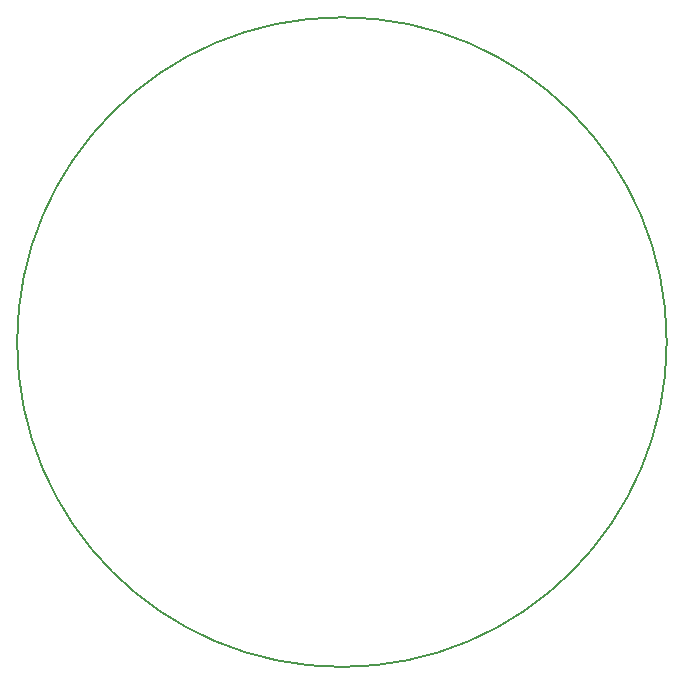
<source format=gbr>
G04 DipTrace 3.3.1.1*
G04 BoardOutline.gbr*
%MOMM*%
G04 #@! TF.FileFunction,Profile*
G04 #@! TF.Part,Single*
%ADD11C,0.14*%
%FSLAX35Y35*%
G04*
G71*
G90*
G75*
G01*
G04 BoardOutline*
%LPD*%
X6500000Y3750000D2*
D11*
G02X6500000Y3750000I-2750000J0D01*
G01*
D3*
M02*

</source>
